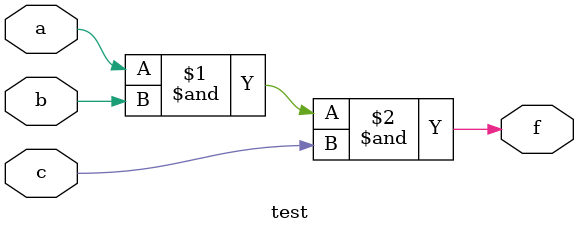
<source format=v>
module test(a,b,c,f);
input a,b,c;
output f;
assign f = (a&b&c);
endmodule
</source>
